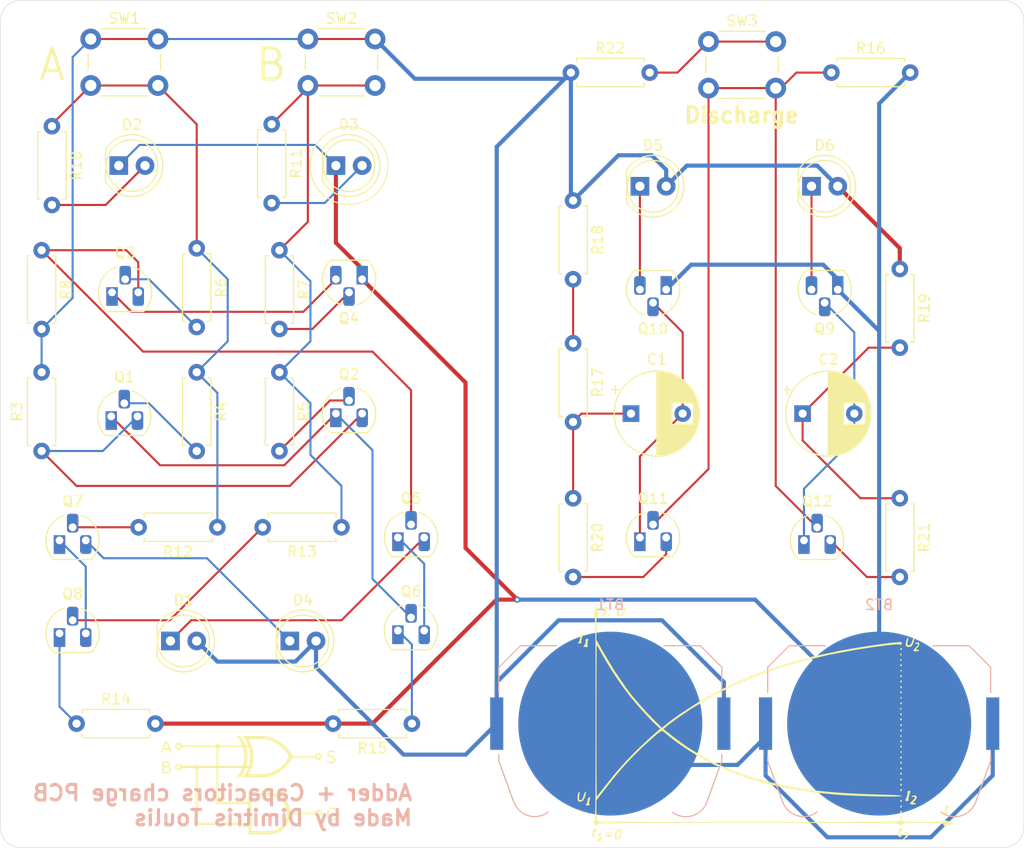
<source format=kicad_pcb>
(kicad_pcb (version 20241229) (generator "pcbnew") (generator_version "9.0")
  (layers (0 "F.Cu" signal) (2 "B.Cu" signal) (13 "F.Paste" user) (15 "B.Paste" user) (5 "F.SilkS" user "F.Silkscreen") (7 "B.SilkS" user "B.Silkscreen") (1 "F.Mask" user) (3 "B.Mask" user) (25 "Edge.Cuts" user))
  (net 0 "")
  (net 1 "VCC")
  (net 2 "Net-(BT1--)")
  (net 3 "GND")
  (net 4 "Net-(Q10-B)")
  (net 5 "Net-(C1-Pad1)")
  (net 6 "Net-(Q12-E)")
  (net 7 "Net-(C2-Pad1)")
  (net 8 "Net-(D1-K)")
  (net 9 "Net-(D2-A)")
  (net 10 "Net-(D3-A)")
  (net 11 "Net-(D4-K)")
  (net 12 "Net-(D5-K)")
  (net 13 "Net-(D6-K)")
  (net 14 "Net-(Q1-B)")
  (net 15 "Net-(Q1-E)")
  (net 16 "Net-(Q1-C)")
  (net 17 "Net-(Q2-B)")
  (net 18 "Net-(Q3-C)")
  (net 19 "Net-(Q3-E)")
  (net 20 "Net-(Q3-B)")
  (net 21 "Net-(Q4-B)")
  (net 22 "Net-(Q5-E)")
  (net 23 "Net-(Q6-E)")
  (net 24 "Net-(Q7-B)")
  (net 25 "Net-(Q7-E)")
  (net 26 "Net-(Q8-E)")
  (net 27 "Net-(Q8-B)")
  (net 28 "Net-(Q11-C)")
  (net 29 "SW3")
  (net 30 "Net-(Q12-C)")
  (net 31 "SW1")
  (net 32 "SW2")
  (net 33 "Net-(R17-Pad1)")
  (net 34 "Net-(R22-Pad2)")
  (footprint "Button_Switch_THT:SW_PUSH_6mm" (layer "F.Cu") (at 163.5 67)
    (property "Reference" "SW3" (at 3.25 -2 0) (layer "F.SilkS"))
    (property "Value" "SW_Push")
    (pad "1" thru_hole circle (at 0 0 90) (size 2 2) (drill 1.1) (layers "*.Cu" "*.Mask") (net 34 "Net-(R22-Pad2)"))
    (pad "1" thru_hole circle (at 6.5 0 90) (size 2 2) (drill 1.1) (layers "*.Cu" "*.Mask") (net 34 "Net-(R22-Pad2)"))
    (pad "2" thru_hole circle (at 0 4.5 90) (size 2 2) (drill 1.1) (layers "*.Cu" "*.Mask") (net 29 "SW3"))
    (pad "2" thru_hole circle (at 6.5 4.5 90) (size 2 2) (drill 1.1) (layers "*.Cu" "*.Mask") (net 29 "SW3"))
  )
  (footprint "Resistor_THT:R_Axial_DIN0207_L6.3mm_D2.5mm_P7.62mm_Horizontal" (layer "F.Cu") (at 128 114 180)
    (property "Reference" "R13" (at 3.81 -2.37 0) (layer "F.SilkS"))
    (property "Value" "4.7k")
    (pad "1" thru_hole circle (at 0 0 180) (size 1.6 1.6) (drill 0.8) (layers "*.Cu" "*.Mask") (net 32 "SW2"))
    (pad "2" thru_hole oval (at 7.62 0 180) (size 1.6 1.6) (drill 0.8) (layers "*.Cu" "*.Mask") (net 27 "Net-(Q8-B)"))
  )
  (footprint "Resistor_THT:R_Axial_DIN0207_L6.3mm_D2.5mm_P7.62mm_Horizontal" (layer "F.Cu") (at 150.19 70)
    (property "Reference" "R22" (at 3.81 -2.37 0) (layer "F.SilkS"))
    (property "Value" "47k")
    (pad "1" thru_hole circle (at 0 0) (size 1.6 1.6) (drill 0.8) (layers "*.Cu" "*.Mask") (net 1 "VCC"))
    (pad "2" thru_hole oval (at 7.62 0) (size 1.6 1.6) (drill 0.8) (layers "*.Cu" "*.Mask") (net 34 "Net-(R22-Pad2)"))
  )
  (footprint "Resistor_THT:R_Axial_DIN0207_L6.3mm_D2.5mm_P7.62mm_Horizontal" (layer "F.Cu") (at 182 89 -90)
    (property "Reference" "R19" (at 3.81 -2.37 90) (layer "F.SilkS"))
    (property "Value" "47k")
    (pad "1" thru_hole circle (at 0 0 270) (size 1.6 1.6) (drill 0.8) (layers "*.Cu" "*.Mask") (net 1 "VCC"))
    (pad "2" thru_hole oval (at 7.62 0 270) (size 1.6 1.6) (drill 0.8) (layers "*.Cu" "*.Mask") (net 7 "Net-(C2-Pad1)"))
  )
  (footprint "Resistor_THT:R_Axial_DIN0207_L6.3mm_D2.5mm_P7.62mm_Horizontal" (layer "F.Cu") (at 100 75.19 -90)
    (property "Reference" "R10" (at 3.81 -2.37 90) (layer "F.SilkS"))
    (property "Value" "220")
    (pad "1" thru_hole circle (at 0 0 270) (size 1.6 1.6) (drill 0.8) (layers "*.Cu" "*.Mask") (net 31 "SW1"))
    (pad "2" thru_hole oval (at 7.62 0 270) (size 1.6 1.6) (drill 0.8) (layers "*.Cu" "*.Mask") (net 9 "Net-(D2-A)"))
  )
  (footprint "Resistor_THT:R_Axial_DIN0207_L6.3mm_D2.5mm_P7.62mm_Horizontal" (layer "F.Cu") (at 150.402651 96.19 -90)
    (property "Reference" "R17" (at 3.81 -2.37 90) (layer "F.SilkS"))
    (property "Value" "47k")
    (pad "1" thru_hole circle (at 0 0 270) (size 1.6 1.6) (drill 0.8) (layers "*.Cu" "*.Mask") (net 33 "Net-(R17-Pad1)"))
    (pad "2" thru_hole oval (at 7.62 0 270) (size 1.6 1.6) (drill 0.8) (layers "*.Cu" "*.Mask") (net 5 "Net-(C1-Pad1)"))
  )
  (footprint "Package_TO_SOT_THT:TO-92L_HandSolder" (layer "F.Cu") (at 133.46 115)
    (property "Reference" "Q5" (at 1.27 -3.8 0) (layer "F.SilkS"))
    (property "Value" "2N3904")
    (pad "1" thru_hole rect (at 0 0) (size 1.1 1.8) (drill 0.75 (offset 0 0.4)) (layers "*.Cu" "*.Mask") (net 22 "Net-(Q5-E)"))
    (pad "2" thru_hole roundrect (at 1.27 -1.27) (size 1.1 1.8) (drill 0.75 (offset 0 -0.4)) (layers "*.Cu" "*.Mask") (net 18 "Net-(Q3-C)"))
    (pad "3" thru_hole roundrect (at 2.54 0) (size 1.1 1.8) (drill 0.75 (offset 0 0.4)) (layers "*.Cu" "*.Mask") (net 8 "Net-(D1-K)"))
  )
  (footprint "Resistor_THT:R_Axial_DIN0207_L6.3mm_D2.5mm_P7.62mm_Horizontal" (layer "F.Cu") (at 121.25 75 -90)
    (property "Reference" "R11" (at 3.81 -2.37 90) (layer "F.SilkS"))
    (property "Value" "220")
    (pad "1" thru_hole circle (at 0 0 270) (size 1.6 1.6) (drill 0.8) (layers "*.Cu" "*.Mask") (net 32 "SW2"))
    (pad "2" thru_hole oval (at 7.62 0 270) (size 1.6 1.6) (drill 0.8) (layers "*.Cu" "*.Mask") (net 10 "Net-(D3-A)"))
  )
  (footprint "Resistor_THT:R_Axial_DIN0207_L6.3mm_D2.5mm_P7.62mm_Horizontal" (layer "F.Cu") (at 150.402651 111.19 -90)
    (property "Reference" "R20" (at 3.81 -2.37 90) (layer "F.SilkS"))
    (property "Value" "220")
    (pad "1" thru_hole circle (at 0 0 270) (size 1.6 1.6) (drill 0.8) (layers "*.Cu" "*.Mask") (net 5 "Net-(C1-Pad1)"))
    (pad "2" thru_hole oval (at 7.62 0 270) (size 1.6 1.6) (drill 0.8) (layers "*.Cu" "*.Mask") (net 28 "Net-(Q11-C)"))
  )
  (footprint "Capacitor_THT:CP_Radial_D8.0mm_P5.00mm" (layer "F.Cu") (at 172.597349 103)
    (property "Reference" "C2" (at 2.5 -5.25 0) (layer "F.SilkS"))
    (property "Value" "C")
    (pad "1" thru_hole rect (at 0 0) (size 1.6 1.6) (drill 0.8) (layers "*.Cu" "*.Mask") (net 7 "Net-(C2-Pad1)"))
    (pad "2" thru_hole circle (at 5 0) (size 1.6 1.6) (drill 0.8) (layers "*.Cu" "*.Mask") (net 6 "Net-(Q12-E)"))
  )
  (footprint "LED_THT:LED_D5.0mm" (layer "F.Cu") (at 156.862651 81)
    (property "Reference" "D5" (at 1.27 -3.96 0) (layer "F.SilkS"))
    (property "Value" "LED")
    (pad "1" thru_hole rect (at 0 0) (size 1.8 1.8) (drill 0.9) (layers "*.Cu" "*.Mask") (net 12 "Net-(D5-K)"))
    (pad "2" thru_hole circle (at 2.54 0) (size 1.8 1.8) (drill 0.9) (layers "*.Cu" "*.Mask") (net 1 "VCC"))
  )
  (footprint "Package_TO_SOT_THT:TO-92L_HandSolder" (layer "F.Cu") (at 159.402651 91 180)
    (property "Reference" "Q10" (at 1.27 -3.8 0) (layer "F.SilkS"))
    (property "Value" "2N3904")
    (pad "1" thru_hole rect (at 0 0 180) (size 1.1 1.8) (drill 0.75 (offset 0 0.4)) (layers "*.Cu" "*.Mask") (net 3 "GND"))
    (pad "2" thru_hole roundrect (at 1.27 -1.27 180) (size 1.1 1.8) (drill 0.75 (offset 0 -0.4)) (layers "*.Cu" "*.Mask") (net 4 "Net-(Q10-B)"))
    (pad "3" thru_hole roundrect (at 2.54 0 180) (size 1.1 1.8) (drill 0.75 (offset 0 0.4)) (layers "*.Cu" "*.Mask") (net 12 "Net-(D5-K)"))
  )
  (footprint "Package_TO_SOT_THT:TO-92L_HandSolder" (layer "F.Cu") (at 100.73 124.27)
    (property "Reference" "Q8" (at 1.27 -3.8 0) (layer "F.SilkS"))
    (property "Value" "2N3904")
    (pad "1" thru_hole rect (at 0 0) (size 1.1 1.8) (drill 0.75 (offset 0 0.4)) (layers "*.Cu" "*.Mask") (net 26 "Net-(Q8-E)"))
    (pad "2" thru_hole roundrect (at 1.27 -1.27) (size 1.1 1.8) (drill 0.75 (offset 0 -0.4)) (layers "*.Cu" "*.Mask") (net 27 "Net-(Q8-B)"))
    (pad "3" thru_hole roundrect (at 2.54 0) (size 1.1 1.8) (drill 0.75 (offset 0 0.4)) (layers "*.Cu" "*.Mask") (net 25 "Net-(Q7-E)"))
  )
  (footprint "Resistor_THT:R_Axial_DIN0207_L6.3mm_D2.5mm_P7.62mm_Horizontal" (layer "F.Cu") (at 150.402651 82.38 -90)
    (property "Reference" "R18" (at 3.81 -2.37 90) (layer "F.SilkS"))
    (property "Value" "47k")
    (pad "1" thru_hole circle (at 0 0 270) (size 1.6 1.6) (drill 0.8) (layers "*.Cu" "*.Mask") (net 1 "VCC"))
    (pad "2" thru_hole oval (at 7.62 0 270) (size 1.6 1.6) (drill 0.8) (layers "*.Cu" "*.Mask") (net 33 "Net-(R17-Pad1)"))
  )
  (footprint "LOGO" (layer "F.Cu") (at 169 133)
    (property "Reference" "G***" (hide yes))
    (property "Value" "LOGO" (hide yes))
  )
  (footprint "Package_TO_SOT_THT:TO-92L_HandSolder" (layer "F.Cu") (at 172.73 115.27)
    (property "Reference" "Q12" (at 1.27 -3.8 0) (layer "F.SilkS"))
    (property "Value" "2N3904")
    (pad "1" thru_hole rect (at 0 0) (size 1.1 1.8) (drill 0.75 (offset 0 0.4)) (layers "*.Cu" "*.Mask") (net 6 "Net-(Q12-E)"))
    (pad "2" thru_hole roundrect (at 1.27 -1.27) (size 1.1 1.8) (drill 0.75 (offset 0 -0.4)) (layers "*.Cu" "*.Mask") (net 29 "SW3"))
    (pad "3" thru_hole roundrect (at 2.54 0) (size 1.1 1.8) (drill 0.75 (offset 0 0.4)) (layers "*.Cu" "*.Mask") (net 30 "Net-(Q12-C)"))
  )
  (footprint "Resistor_THT:R_Axial_DIN0207_L6.3mm_D2.5mm_P7.62mm_Horizontal" (layer "F.Cu") (at 134.81 133 180)
    (property "Reference" "R15" (at 3.81 -2.37 0) (layer "F.SilkS"))
    (property "Value" "220")
    (pad "1" thru_hole circle (at 0 0 180) (size 1.6 1.6) (drill 0.8) (layers "*.Cu" "*.Mask") (net 23 "Net-(Q6-E)"))
    (pad "2" thru_hole oval (at 7.62 0 180) (size 1.6 1.6) (drill 0.8) (layers "*.Cu" "*.Mask") (net 3 "GND"))
  )
  (footprint "Button_Switch_THT:SW_PUSH_6mm" (layer "F.Cu") (at 103.75 66.75)
    (property "Reference" "SW1" (at 3.25 -2 0) (layer "F.SilkS"))
    (property "Value" "SW_Push")
    (pad "1" thru_hole circle (at 0 0 90) (size 2 2) (drill 1.1) (layers "*.Cu" "*.Mask") (net 1 "VCC"))
    (pad "1" thru_hole circle (at 6.5 0 90) (size 2 2) (drill 1.1) (layers "*.Cu" "*.Mask") (net 1 "VCC"))
    (pad "2" thru_hole circle (at 0 4.5 90) (size 2 2) (drill 1.1) (layers "*.Cu" "*.Mask") (net 31 "SW1"))
    (pad "2" thru_hole circle (at 6.5 4.5 90) (size 2 2) (drill 1.1) (layers "*.Cu" "*.Mask") (net 31 "SW1"))
  )
  (footprint "LOGO" (layer "F.Cu") (at 119 139)
    (property "Reference" "G***" (hide yes))
    (property "Value" "LOGO" (hide yes))
  )
  (footprint "Resistor_THT:R_Axial_DIN0207_L6.3mm_D2.5mm_P7.62mm_Horizontal" (layer "F.Cu") (at 114 99 -90)
    (property "Reference" "R4" (at 3.81 -2.37 90) (layer "F.SilkS"))
    (property "Value" "4.7k")
    (pad "1" thru_hole circle (at 0 0 270) (size 1.6 1.6) (drill 0.8) (layers "*.Cu" "*.Mask") (net 31 "SW1"))
    (pad "2" thru_hole oval (at 7.62 0 270) (size 1.6 1.6) (drill 0.8) (layers "*.Cu" "*.Mask") (net 14 "Net-(Q1-B)"))
  )
  (footprint "Package_TO_SOT_THT:TO-92L_HandSolder" (layer "F.Cu") (at 130 90 180)
    (property "Reference" "Q4" (at 1.27 -3.8 0) (layer "F.SilkS"))
    (property "Value" "2N3904")
    (pad "1" thru_hole rect (at 0 0 180) (size 1.1 1.8) (drill 0.75 (offset 0 0.4)) (layers "*.Cu" "*.Mask") (net 3 "GND"))
    (pad "2" thru_hole roundrect (at 1.27 -1.27 180) (size 1.1 1.8) (drill 0.75 (offset 0 -0.4)) (layers "*.Cu" "*.Mask") (net 21 "Net-(Q4-B)"))
    (pad "3" thru_hole roundrect (at 2.54 0 180) (size 1.1 1.8) (drill 0.75 (offset 0 0.4)) (layers "*.Cu" "*.Mask") (net 19 "Net-(Q3-E)"))
  )
  (footprint "Resistor_THT:R_Axial_DIN0207_L6.3mm_D2.5mm_P7.62mm_Horizontal" (layer "F.Cu") (at 122 99 -90)
    (property "Reference" "R5" (at 3.81 -2.37 90) (layer "F.SilkS"))
    (property "Value" "4.7k")
    (pad "1" thru_hole circle (at 0 0 270) (size 1.6 1.6) (drill 0.8) (layers "*.Cu" "*.Mask") (net 32 "SW2"))
    (pad "2" thru_hole oval (at 7.62 0 270) (size 1.6 1.6) (drill 0.8) (layers "*.Cu" "*.Mask") (net 17 "Net-(Q2-B)"))
  )
  (footprint "LED_THT:LED_D5.0mm" (layer "F.Cu") (at 173.46 81)
    (property "Reference" "D6" (at 1.27 -3.96 0) (layer "F.SilkS"))
    (property "Value" "LED")
    (pad "1" thru_hole rect (at 0 0) (size 1.8 1.8) (drill 0.9) (layers "*.Cu" "*.Mask") (net 13 "Net-(D6-K)"))
    (pad "2" thru_hole circle (at 2.54 0) (size 1.8 1.8) (drill 0.9) (layers "*.Cu" "*.Mask") (net 1 "VCC"))
  )
  (footprint "Package_TO_SOT_THT:TO-92L_HandSolder" (layer "F.Cu") (at 133.46 124)
    (property "Reference" "Q6" (at 1.27 -3.8 0) (layer "F.SilkS"))
    (property "Value" "2N3904")
    (pad "1" thru_hole rect (at 0 0) (size 1.1 1.8) (drill 0.75 (offset 0 0.4)) (layers "*.Cu" "*.Mask") (net 23 "Net-(Q6-E)"))
    (pad "2" thru_hole roundrect (at 1.27 -1.27) (size 1.1 1.8) (drill 0.75 (offset 0 -0.4)) (layers "*.Cu" "*.Mask") (net 15 "Net-(Q1-E)"))
    (pad "3" thru_hole roundrect (at 2.54 0) (size 1.1 1.8) (drill 0.75 (offset 0 0.4)) (layers "*.Cu" "*.Mask") (net 22 "Net-(Q5-E)"))
  )
  (footprint "LED_THT:LED_D5.0mm" (layer "F.Cu") (at 111.46 125)
    (property "Reference" "D1" (at 1.27 -3.96 0) (layer "F.SilkS"))
    (property "Value" "LED")
    (pad "1" thru_hole rect (at 0 0) (size 1.8 1.8) (drill 0.9) (layers "*.Cu" "*.Mask") (net 8 "Net-(D1-K)"))
    (pad "2" thru_hole circle (at 2.54 0) (size 1.8 1.8) (drill 0.9) (layers "*.Cu" "*.Mask") (net 1 "VCC"))
  )
  (footprint "LED_THT:LED_D5.0mm" (layer "F.Cu") (at 123 125)
    (property "Reference" "D4" (at 1.27 -3.96 0) (layer "F.SilkS"))
    (property "Value" "LED")
    (pad "1" thru_hole rect (at 0 0) (size 1.8 1.8) (drill 0.9) (layers "*.Cu" "*.Mask") (net 11 "Net-(D4-K)"))
    (pad "2" thru_hole circle (at 2.54 0) (size 1.8 1.8) (drill 0.9) (layers "*.Cu" "*.Mask") (net 1 "VCC"))
  )
  (footprint "Resistor_THT:R_Axial_DIN0207_L6.3mm_D2.5mm_P7.62mm_Horizontal" (layer "F.Cu") (at 99 87.19 -90)
    (property "Reference" "R8" (at 3.81 -2.37 90) (layer "F.SilkS"))
    (property "Value" "4.7k")
    (pad "1" thru_hole circle (at 0 0 270) (size 1.6 1.6) (drill 0.8) (layers "*.Cu" "*.Mask") (net 18 "Net-(Q3-C)"))
    (pad "2" thru_hole oval (at 7.62 0 270) (size 1.6 1.6) (drill 0.8) (layers "*.Cu" "*.Mask") (net 1 "VCC"))
  )
  (footprint "LED_THT:LED_D5.0mm" (layer "F.Cu") (at 106.46 79)
    (property "Reference" "D2" (at 1.27 -3.96 0) (layer "F.SilkS"))
    (property "Value" "LED")
    (pad "1" thru_hole rect (at 0 0) (size 1.8 1.8) (drill 0.9) (layers "*.Cu" "*.Mask") (net 3 "GND"))
    (pad "2" thru_hole circle (at 2.54 0) (size 1.8 1.8) (drill 0.9) (layers "*.Cu" "*.Mask") (net 9 "Net-(D2-A)"))
  )
  (footprint "Resistor_THT:R_Axial_DIN0207_L6.3mm_D2.5mm_P7.62mm_Horizontal" (layer "F.Cu") (at 116 114 180)
    (property "Reference" "R12" (at 3.81 -2.37 0) (layer "F.SilkS"))
    (property "Value" "4.7k")
    (pad "1" thru_hole circle (at 0 0 180) (size 1.6 1.6) (drill 0.8) (layers "*.Cu" "*.Mask") (net 31 "SW1"))
    (pad "2" thru_hole oval (at 7.62 0 180) (size 1.6 1.6) (drill 0.8) (layers "*.Cu" "*.Mask") (net 24 "Net-(Q7-B)"))
  )
  (footprint "Resistor_THT:R_Axial_DIN0207_L6.3mm_D2.5mm_P7.62mm_Horizontal" (layer "F.Cu") (at 99 106.62 90)
    (property "Reference" "R3" (at 3.81 -2.37 90) (layer "F.SilkS"))
    (property "Value" "4.7k")
    (pad "1" thru_hole circle (at 0 0 90) (size 1.6 1.6) (drill 0.8) (layers "*.Cu" "*.Mask") (net 16 "Net-(Q1-C)"))
    (pad "2" thru_hole oval (at 7.62 0 90) (size 1.6 1.6) (drill 0.8) (layers "*.Cu" "*.Mask") (net 1 "VCC"))
  )
  (footprint "Resistor_THT:R_Axial_DIN0207_L6.3mm_D2.5mm_P7.62mm_Horizontal" (layer "F.Cu") (at 114 87 -90)
    (property "Reference" "R6" (at 3.81 -2.37 90) (layer "F.SilkS"))
    (property "Value" "4.7k")
    (pad "1" thru_hole circle (at 0 0 270) (size 1.6 1.6) (drill 0.8) (layers "*.Cu" "*.Mask") (net 31 "SW1"))
    (pad "2" thru_hole oval (at 7.62 0 270) (size 1.6 1.6) (drill 0.8) (layers "*.Cu" "*.Mask") (net 20 "Net-(Q3-B)"))
  )
  (footprint "Button_Switch_THT:SW_PUSH_6mm" (layer "F.Cu") (at 124.75 66.75)
    (property "Reference" "SW2" (at 3.25 -2 0) (layer "F.SilkS"))
    (property "Value" "SW_Push")
    (pad "1" thru_hole circle (at 0 0 90) (size 2 2) (drill 1.1) (layers "*.Cu" "*.Mask") (net 1 "VCC"))
    (pad "1" thru_hole circle (at 6.5 0 90) (size 2 2) (drill 1.1) (layers "*.Cu" "*.Mask") (net 1 "VCC"))
    (pad "2" thru_hole circle (at 0 4.5 90) (size 2 2) (drill 1.1) (layers "*.Cu" "*.Mask") (net 32 "SW2"))
    (pad "2" thru_hole circle (at 6.5 4.5 90) (size 2 2) (drill 1.1) (layers "*.Cu" "*.Mask") (net 32 "SW2"))
  )
  (footprint "Package_TO_SOT_THT:TO-92L_HandSolder" (layer "F.Cu") (at 156.862651 115)
    (property "Reference" "Q11" (at 1.27 -3.8 0) (layer "F.SilkS"))
    (property "Value" "2N3904")
    (pad "1" thru_hole rect (at 0 0) (size 1.1 1.8) (drill 0.75 (offset 0 0.4)) (layers "*.Cu" "*.Mask") (net 4 "Net-(Q10-B)"))
    (pad "2" thru_hole roundrect (at 1.27 -1.27) (size 1.1 1.8) (drill 0.75 (offset 0 -0.4)) (layers "*.Cu" "*.Mask") (net 29 "SW3"))
    (pad "3" thru_hole roundrect (at 2.54 0) (size 1.1 1.8) (drill 0.75 (offset 0 0.4)) (layers "*.Cu" "*.Mask") (net 28 "Net-(Q11-C)"))
  )
  (footprint "Package_TO_SOT_THT:TO-92L_HandSolder" (layer "F.Cu") (at 100.73 115.27)
    (property "Reference" "Q7" (at 1.27 -3.8 0) (layer "F.SilkS"))
    (property "Value" "2N3904")
    (pad "1" thru_hole rect (at 0 0) (size 1.1 1.8) (drill 0.75 (offset 0 0.4)) (layers "*.Cu" "*.Mask") (net 25 "Net-(Q7-E)"))
    (pad "2" thru_hole roundrect (at 1.27 -1.27) (size 1.1 1.8) (drill 0.75 (offset 0 -0.4)) (layers "*.Cu" "*.Mask") (net 24 "Net-(Q7-B)"))
    (pad "3" thru_hole roundrect (at 2.54 0) (size 1.1 1.8) (drill 0.75 (offset 0 0.4)) (layers "*.Cu" "*.Mask") (net 11 "Net-(D4-K)"))
  )
  (footprint "Capacitor_THT:CP_Radial_D8.0mm_P5.00mm" (layer "F.Cu") (at 156 103)
    (property "Reference" "C1" (at 2.5 -5.25 0) (layer "F.SilkS"))
    (property "Value" "C")
    (pad "1" thru_hole rect (at 0 0) (size 1.6 1.6) (drill 0.8) (layers "*.Cu" "*.Mask") (net 5 "Net-(C1-Pad1)"))
    (pad "2" thru_hole circle (at 5 0) (size 1.6 1.6) (drill 0.8) (layers "*.Cu" "*.Mask") (net 4 "Net-(Q10-B)"))
  )
  (footprint "Package_TO_SOT_THT:TO-92L_HandSolder" (layer "F.Cu") (at 127.46 103)
    (property "Reference" "Q2" (at 1.27 -3.8 0) (layer "F.SilkS"))
    (property "Value" "2N3904")
    (pad "1" thru_hole rect (at 0 0) (size 1.1 1.8) (drill 0.75 (offset 0 0.4)) (layers "*.Cu" "*.Mask") (net 15 "Net-(Q1-E)"))
    (pad "2" thru_hole roundrect (at 1.27 -1.27) (size 1.1 1.8) (drill 0.75 (offset 0 -0.4)) (layers "*.Cu" "*.Mask") (net 17 "Net-(Q2-B)"))
    (pad "3" thru_hole roundrect (at 2.54 0) (size 1.1 1.8) (drill 0.75 (offset 0 0.4)) (layers "*.Cu" "*.Mask") (net 16 "Net-(Q1-C)"))
  )
  (footprint "Package_TO_SOT_THT:TO-92L_HandSolder" (layer "F.Cu") (at 105.81 91.27)
    (property "Reference" "Q3" (at 1.27 -3.8 0) (layer "F.SilkS"))
    (property "Value" "2N3904")
    (pad "1" thru_hole rect (at 0 0) (size 1.1 1.8) (drill 0.75 (offset 0 0.4)) (layers "*.Cu" "*.Mask") (net 19 "Net-(Q3-E)"))
    (pad "2" thru_hole roundrect (at 1.27 -1.27) (size 1.1 1.8) (drill 0.75 (offset 0 -0.4)) (layers "*.Cu" "*.Mask") (net 20 "Net-(Q3-B)"))
    (pad "3" thru_hole roundrect (at 2.54 0) (size 1.1 1.8) (drill 0.75 (offset 0 0.4)) (layers "*.Cu" "*.Mask") (net 18 "Net-(Q3-C)"))
  )
  (footprint "Package_TO_SOT_THT:TO-92L_HandSolder" (layer "F.Cu") (at 105.73 103.27)
    (property "Reference" "Q1" (at 1.27 -3.8 0) (layer "F.SilkS"))
    (property "Value" "2N3904")
    (pad "1" thru_hole rect (at 0 0) (size 1.1 1.8) (drill 0.75 (offset 0 0.4)) (layers "*.Cu" "*.Mask") (net 15 "Net-(Q1-E)"))
    (pad "2" thru_hole roundrect (at 1.27 -1.27) (size 1.1 1.8) (drill 0.75 (offset 0 -0.4)) (layers "*.Cu" "*.Mask") (net 14 "Net-(Q1-B)"))
    (pad "3" thru_hole roundrect (at 2.54 0) (size 1.1 1.8) (drill 0.75 (offset 0 0.4)) (layers "*.Cu" "*.Mask") (net 16 "Net-(Q1-C)"))
  )
  (footprint "Resistor_THT:R_Axial_DIN0207_L6.3mm_D2.5mm_P7.62mm_Horizontal" (layer "F.Cu") (at 182 111.19 -90)
    (property "Reference" "R21" (at 3.81 -2.37 90) (layer "F.SilkS"))
    (property "Value" "220")
    (pad "1" thru_hole circle (at 0 0 270) (size 1.6 1.6) (drill 0.8) (layers "*.Cu" "*.Mask") (net 7 "Net-(C2-Pad1)"))
    (pad "2" thru_hole oval (at 7.62 0 270) (size 1.6 1.6) (drill 0.8) (layers "*.Cu" "*.Mask") (net 30 "Net-(Q12-C)"))
  )
  (footprint "Resistor_THT:R_Axial_DIN0207_L6.3mm_D2.5mm_P7.62mm_Horizontal" (layer "F.Cu") (at 122 87.19 -90)
    (property "Reference" "R7" (at 3.81 -2.37 90) (layer "F.SilkS"))
    (property "Value" "4.7k")
    (pad "1" thru_hole circle (at 0 0 270) (size 1.6 1.6) (drill 0.8) (layers "*.Cu" "*.Mask") (net 32 "SW2"))
    (pad "2" thru_hole oval (at 7.62 0 270) (size 1.6 1.6) (drill 0.8) (layers "*.Cu" "*.Mask") (net 21 "Net-(Q4-B)"))
  )
  (footprint "Resistor_THT:R_Axial_DIN0207_L6.3mm_D2.5mm_P7.62mm_Horizontal" (layer "F.Cu") (at 102.38 133)
    (property "Reference" "R14" (at 3.81 -2.37 0) (layer "F.SilkS"))
    (property "Value" "220")
    (pad "1" thru_hole circle (at 0 0) (size 1.6 1.6) (drill 0.8) (layers "*.Cu" "*.Mask") (net 26 "Net-(Q8-E)"))
    (pad "2" thru_hole oval (at 7.62 0) (size 1.6 1.6) (drill 0.8) (layers "*.Cu" "*.Mask") (net 3 "GND"))
  )
  (footprint "LED_THT:LED_D5.0mm" (layer "F.Cu") (at 127.46 79)
    (property "Reference" "D3" (at 1.27 -3.96 0) (layer "F.SilkS"))
    (property "Value" "LED")
    (pad "1" thru_hole rect (at 0 0) (size 1.8 1.8) (drill 0.9) (layers "*.Cu" "*.Mask") (net 3 "GND"))
    (pad "2" thru_hole circle (at 2.54 0) (size 1.8 1.8) (drill 0.9) (layers "*.Cu" "*.Mask") (net 10 "Net-(D3-A)"))
  )
  (footprint "Resistor_THT:R_Axial_DIN0207_L6.3mm_D2.5mm_P7.62mm_Horizontal" (layer "F.Cu") (at 175.38 70)
    (property "Reference" "R16" (at 3.81 -2.37 0) (layer "F.SilkS"))
    (property "Value" "47k")
    (pad "1" thru_hole circle (at 0 0) (size 1.6 1.6) (drill 0.8) (layers "*.Cu" "*.Mask") (net 29 "SW3"))
    (pad "2" thru_hole oval (at 7.62 0) (size 1.6 1.6) (drill 0.8) (layers "*.Cu" "*.Mask") (net 3 "GND"))
  )
  (footprint "Package_TO_SOT_THT:TO-92L_HandSolder" (layer "F.Cu") (at 176 91 180)
    (property "Reference" "Q9" (at 1.27 -3.8 0) (layer "F.SilkS"))
    (property "Value" "2N3904")
    (pad "1" thru_hole rect (at 0 0 180) (size 1.1 1.8) (drill 0.75 (offset 0 0.4)) (layers "*.Cu" "*.Mask") (net 3 "GND"))
    (pad "2" thru_hole roundrect (at 1.27 -1.27 180) (size 1.1 1.8) (drill 0.75 (offset 0 -0.4)) (layers "*.Cu" "*.Mask") (net 6 "Net-(Q12-E)"))
    (pad "3" thru_hole roundrect (at 2.54 0 180) (size 1.1 1.8) (drill 0.75 (offset 0 0.4)) (layers "*.Cu" "*.Mask") (net 13 "Net-(D6-K)"))
  )
  (footprint "Battery:BatteryHolder_Keystone_3034_1x20mm" (layer "B.Cu") (at 154 133 180)
    (property "Reference" "BT1" (at 0 11.5 0) (layer "B.SilkS") (effects (justify mirror)))
    (property "Value" "Battery_Cell")
    (pad "1" smd rect (at -10.985 0 180) (size 1.27 5.08) (layers "B.Cu" "B.Mask" "B.Paste") (net 1 "VCC"))
    (pad "1" smd rect (at 10.985 0 180) (size 1.27 5.08) (layers "B.Cu" "B.Mask" "B.Paste") (net 1 "VCC"))
    (pad "2" smd circle (at 0 0 180) (size 17.8 17.8) (layers "B.Cu" "B.Mask") (net 2 "Net-(BT1--)"))
  )
  (footprint "Battery:BatteryHolder_Keystone_3034_1x20mm" (layer "B.Cu") (at 180 133 180)
    (property "Reference" "BT2" (at 0 11.5 0) (layer "B.SilkS") (effects (justify mirror)))
    (property "Value" "Battery_Cell")
    (pad "1" smd rect (at -10.985 0 180) (size 1.27 5.08) (layers "B.Cu" "B.Mask" "B.Paste") (net 2 "Net-(BT1--)"))
    (pad "1" smd rect (at 10.985 0 180) (size 1.27 5.08) (layers "B.Cu" "B.Mask" "B.Paste") (net 2 "Net-(BT1--)"))
    (pad "2" smd circle (at 0 0 180) (size 17.8 17.8) (layers "B.Cu" "B.Mask") (net 3 "GND"))
  )
  (gr_circle (center 128.73 79) (end 131 82) (stroke (width 0.1)) (fill no) (layer "F.SilkS"))
  (gr_arc (start 194 143) (mid 193.414214 144.414214) (end 192 145) (stroke (width 0.05)) (layer "Edge.Cuts"))
  (gr_line (start 192 145) (end 97 145) (stroke (width 0.05)) (layer "Edge.Cuts"))
  (gr_line (start 97 63) (end 192 63) (stroke (width 0.05)) (layer "Edge.Cuts"))
  (gr_line (start 95 143) (end 95 65) (stroke (width 0.05)) (layer "Edge.Cuts"))
  (gr_arc (start 95 65) (mid 95.585786 63.585786) (end 97 63) (stroke (width 0.05)) (layer "Edge.Cuts"))
  (gr_arc (start 97 145) (mid 95.585786 144.414214) (end 95 143) (stroke (width 0.05)) (layer "Edge.Cuts"))
  (gr_arc (start 192 63) (mid 193.414214 63.585786) (end 194 65) (stroke (width 0.05)) (layer "Edge.Cuts"))
  (gr_line (start 194 65) (end 194 143) (stroke (width 0.05)) (layer "Edge.Cuts"))
  (gr_text "Discharge" (at 161 75 0) (layer "F.SilkS") (effects (font (size 1.5 1.5) (thickness 0.3) (bold yes)) (justify left bottom)))
  (gr_text "B" (at 119.5 71 -0) (layer "F.SilkS") (effects (font (size 3 3) (thickness 0.3) (bold yes)) (justify left bottom)))
  (gr_text "A" (at 101.5 71 0) (layer "F.SilkS") (effects (font (size 3 3) (thickness 0.3) (bold yes)) (justify left bottom mirror)))
  (gr_text "Adder + Capacitors charge PCB\nMade by Dimitris Toulis" (at 135 143 -0) (layer "B.SilkS") (effects (font (size 1.5 1.5) (thickness 0.3) (bold yes)) (justify left bottom mirror)))
  (segment (start 110.25 66.75) (end 103.75 66.75) (width 0.2) (layer "F.Cu") (net 1))
  (segment (start 182 87) (end 182 89) (width 0.4) (layer "F.Cu") (net 1))
  (segment (start 176 81) (end 182 87) (width 0.4) (layer "F.Cu") (net 1))
  (segment (start 131.25 66.75) (end 124.75 66.75) (width 0.2) (layer "F.Cu") (net 1))
  (segment (start 150.19 70) (end 150.19 82.167349) (width 0.4) (layer "B.Cu") (net 1))
  (segment (start 159.402651 81) (end 159.402651 79.402651) (width 0.4) (layer "B.Cu") (net 1))
  (segment (start 158 78) (end 154.782651 78) (width 0.4) (layer "B.Cu") (net 1))
  (segment (start 143.015 77.175) (end 150.19 70) (width 0.4) (layer "B.Cu") (net 1))
  (segment (start 143.015 128.985) (end 143.015 133) (width 0.4) (layer "B.Cu") (net 1))
  (segment (start 102 91.81) (end 99 94.81) (width 0.2) (layer "B.Cu") (net 1))
  (segment (start 143.015 133) (end 143.015 77.175) (width 0.4) (layer "B.Cu") (net 1))
  (segment (start 161.402651 79) (end 159.402651 81) (width 0.4) (layer "B.Cu") (net 1))
  (segment (start 164.985 128.985) (end 159 123) (width 0.4) (layer "B.Cu") (net 1))
  (segment (start 140.015 136) (end 134 136) (width 0.4) (layer "B.Cu") (net 1))
  (segment (start 154.782651 78) (end 150.402651 82.38) (width 0.4) (layer "B.Cu") (net 1))
  (segment (start 159 123) (end 149 123) (width 0.4) (layer "B.Cu") (net 1))
  (segment (start 116 127) (end 123.54 127) (width 0.4) (layer "B.Cu") (net 1))
  (segment (start 114 125) (end 116 127) (width 0.4) (layer "B.Cu") (net 1))
  (segment (start 150.19 82.167349) (end 150.402651 82.38) (width 0.4) (layer "B.Cu") (net 1))
  (segment (start 143.015 133) (end 140.015 136) (width 0.4) (layer "B.Cu") (net 1))
  (segment (start 134 136) (end 125.54 127.54) (width 0.4) (layer "B.Cu") (net 1))
  (segment (start 99 94.81) (end 99 99) (width 0.2) (layer "B.Cu") (net 1))
  (segment (start 164.985 133) (end 164.985 128.985) (width 0.4) (layer "B.Cu") (net 1))
  (segment (start 125.54 127.54) (end 125.54 125) (width 0.4) (layer "B.Cu") (net 1))
  (segment (start 135.095 70.595) (end 131.25 66.75) (width 0.4) (layer "B.Cu") (net 1))
  (segment (start 176 81) (end 174 79) (width 0.4) (layer "B.Cu") (net 1))
  (segment (start 103.75 66.75) (end 102 68.5) (width 0.2) (layer "B.Cu") (net 1))
  (segment (start 124.75 66.75) (end 110.25 66.75) (width 0.2) (layer "B.Cu") (net 1))
  (segment (start 159.402651 79.402651) (end 158 78) (width 0.4) (layer "B.Cu") (net 1))
  (segment (start 102 68.5) (end 102 91.81) (width 0.2) (layer "B.Cu") (net 1))
  (segment (start 149 123) (end 143.015 128.985) (width 0.4) (layer "B.Cu") (net 1))
  (segment (start 149.595 70.595) (end 135.095 70.595) (width 0.4) (layer "B.Cu") (net 1))
  (segment (start 150.19 70) (end 149.595 70.595) (width 0.4) (layer "B.Cu") (net 1))
  (segment (start 174 79) (end 161.402651 79) (width 0.4) (layer "B.Cu") (net 1))
  (segment (start 123.54 127) (end 125.54 125) (width 0.4) (layer "B.Cu") (net 1))
  (segment (start 169.015 131.015) (end 169.015 133) (width 0.2) (layer "B.Cu") (net 2))
  (segment (start 175 144) (end 169.015 138.015) (width 0.4) (layer "B.Cu") (net 2))
  (segment (start 169.015 134.283368) (end 166.298368 137) (width 0.4) (layer "B.Cu") (net 2))
  (segment (start 190.985 133) (end 190.985 138.015) (width 0.4) (layer "B.Cu") (net 2))
  (segment (start 190.985 138.015) (end 185 144) (width 0.4) (layer "B.Cu") (net 2))
  (segment (start 169.015 133) (end 169.015 134.283368) (width 0.2) (layer "B.Cu") (net 2))
  (segment (start 185 144) (end 175 144) (width 0.4) (layer "B.Cu") (net 2))
  (segment (start 166.298368 137) (end 158 137) (width 0.4) (layer "B.Cu") (net 2))
  (segment (start 169.015 138.015) (end 169.015 133) (width 0.4) (layer "B.Cu") (net 2))
  (segment (start 158 137) (end 154 133) (width 0.4) (layer "B.Cu") (net 2))
  (segment (start 143 121) (end 131 133) (width 0.4) (layer "F.Cu") (net 3))
  (segment (start 140 100) (end 130 90) (width 0.4) (layer "F.Cu") (net 3))
  (segment (start 127.46 86.46) (end 127.46 79) (width 0.4) (layer "F.Cu") (net 3))
  (segment (start 127.19 133) (end 110 133) (width 0.4) (layer "F.Cu") (net 3))
  (segment (start 130 90) (end 130 89) (width 0.4) (layer "F.Cu") (net 3))
  (segment (start 145 121) (end 140 116) (width 0.4) (layer "F.Cu") (net 3))
  (segment (start 145 121) (end 143 121) (width 0.4) (layer "F.Cu") (net 3))
  (segment (start 130 89) (end 127.46 86.46) (width 0.4) (layer "F.Cu") (net 3))
  (segment (start 140 116) (end 140 100) (width 0.4) (layer "F.Cu") (net 3))
  (segment (start 131 133) (end 127.19 133) (width 0.4) (layer "F.Cu") (net 3))
  (via (at 145 121) (size 0.6) (drill 0.3) (layers "F.Cu" "B.Cu") (net 3))
  (segment (start 108.46 77) (end 125.46 77) (width 0.2) (layer "B.Cu") (net 3))
  (segment (start 125.46 77) (end 127.46 79) (width 0.2) (layer "B.Cu") (net 3))
  (segment (start 180 95) (end 180 133) (width 0.4) (layer "B.Cu") (net 3))
  (segment (start 180 73) (end 183 70) (width 0.4) (layer "B.Cu") (net 3))
  (segment (start 161.815891 88.58676) (end 174.58676 88.58676) (width 0.4) (layer "B.Cu") (net 3))
  (segment (start 176 90) (end 176 91) (width 0.2) (layer "B.Cu") (net 3))
  (segment (start 180.015 133.015) (end 180 133) (width 0.2) (layer "B.Cu") (net 3))
  (segment (start 174.58676 88.58676) (end 176 90) (width 0.4) (layer "B.Cu") (net 3))
  (segment (start 159.402651 91) (end 161.815891 88.58676) (width 0.4) (layer "B.Cu") (net 3))
  (segment (start 168 121) (end 145 121) (width 0.4) (layer "B.Cu") (net 3))
  (segment (start 180 95) (end 180 73) (width 0.4) (layer "B.Cu") (net 3))
  (segment (start 180 133) (end 168 121) (width 0.4) (layer "B.Cu") (net 3))
  (segment (start 106.46 79) (end 108.46 77) (width 0.2) (layer "B.Cu") (net 3))
  (segment (start 176 91) (end 180 95) (width 0.4) (layer "B.Cu") (net 3))
  (segment (start 161 103) (end 161 95.137349) (width 0.2) (layer "F.Cu") (net 4))
  (segment (start 156.862651 115) (end 156.862651 107.137349) (width 0.2) (layer "F.Cu") (net 4))
  (segment (start 156.862651 107.137349) (end 161 103) (width 0.2) (layer "F.Cu") (net 4))
  (segment (start 161 95.137349) (end 158.132651 92.27) (width 0.2) (layer "F.Cu") (net 4))
  (segment (start 151.212651 103) (end 150.402651 103.81) (width 0.2) (layer "F.Cu") (net 5))
  (segment (start 156 103) (end 151.212651 103) (width 0.2) (layer "F.Cu") (net 5))
  (segment (start 150.402651 111.19) (end 150.402651 103.81) (width 0.2) (layer "F.Cu") (net 5))
  (segment (start 172.73 110.27) (end 177.597349 105.402651) (width 0.2) (layer "B.Cu") (net 6))
  (segment (start 177.597349 95.137349) (end 177.597349 103) (width 0.2) (layer "B.Cu") (net 6))
  (segment (start 177.597349 105.402651) (end 177.597349 103) (width 0.2) (layer "B.Cu") (net 6))
  (segment (start 172.73 115.27) (end 172.73 110.27) (width 0.2) (layer "B.Cu") (net 6))
  (segment (start 174.73 92.27) (end 177.597349 95.137349) (width 0.2) (layer "B.Cu") (net 6))
  (segment (start 172.597349 103) (end 172.597349 105.597349) (width 0.2) (layer "F.Cu") (net 7))
  (segment (start 178.977349 96.62) (end 172.597349 103) (width 0.2) (layer "F.Cu") (net 7))
  (segment (start 178.19 111.19) (end 182 111.19) (width 0.2) (layer "F.Cu") (net 7))
  (segment (start 172.597349 105.597349) (end 178.19 111.19) (width 0.2) (layer "F.Cu") (net 7))
  (segment (start 182 96.62) (end 178.977349 96.62) (width 0.2) (layer "F.Cu") (net 7))
  (segment (start 113.46 123) (end 111.46 125) (width 0.2) (layer "F.Cu") (net 8))
  (segment (start 136 115) (end 128 123) (width 0.2) (layer "F.Cu") (net 8))
  (segment (start 128 123) (end 113.46 123) (width 0.2) (layer "F.Cu") (net 8))
  (segment (start 100 82.81) (end 105.19 82.81) (width 0.2) (layer "F.Cu") (net 9))
  (segment (start 105.19 82.81) (end 109 79) (width 0.2) (layer "F.Cu") (net 9))
  (segment (start 130 79) (end 126.38 82.62) (width 0.2) (layer "B.Cu") (net 10))
  (segment (start 126.38 82.62) (end 121.25 82.62) (width 0.2) (layer "B.Cu") (net 10))
  (segment (start 115 117) (end 123 125) (width 0.2) (layer "B.Cu") (net 11))
  (segment (start 105 117) (end 115 117) (width 0.2) (layer "B.Cu") (net 11))
  (segment (start 103.27 115.27) (end 105 117) (width 0.2) (layer "B.Cu") (net 11))
  (segment (start 156.862651 81) (end 156.862651 91) (width 0.2) (layer "F.Cu") (net 12))
  (segment (start 173.46 81) (end 173.46 91) (width 0.2) (layer "F.Cu") (net 13))
  (segment (start 109.38 102) (end 114 106.62) (width 0.2) (layer "B.Cu") (net 14))
  (segment (start 107 102) (end 109.38 102) (width 0.2) (layer "B.Cu") (net 14))
  (segment (start 127.46 103) (end 122.46 108) (width 0.2) (layer "F.Cu") (net 15))
  (segment (start 110.46 108) (end 105.73 103.27) (width 0.2) (layer "F.Cu") (net 15))
  (segment (start 122.46 108) (end 110.46 108) (width 0.2) (layer "F.Cu") (net 15))
  (segment (start 131 106.54) (end 131 119) (width 0.2) (layer "B.Cu") (net 15))
  (segment (start 127.46 103) (end 131 106.54) (width 0.2) (layer "B.Cu") (net 15))
  (segment (start 131 119) (end 134.73 122.73) (width 0.2) (layer "B.Cu") (net 15))
  (segment (start 123 110) (end 130 103) (width 0.2) (layer "F.Cu") (net 16))
  (segment (start 108.27 104) (end 108.27 103.27) (width 0.2) (layer "F.Cu") (net 16))
  (segment (start 99 106.62) (end 102.38 110) (width 0.2) (layer "F.Cu") (net 16))
  (segment (start 102.38 110) (end 123 110) (width 0.2) (layer "F.Cu") (net 16))
  (segment (start 104.92 106.62) (end 99 106.62) (width 0.2) (layer "B.Cu") (net 16))
  (segment (start 108.27 103.27) (end 104.92 106.62) (width 0.2) (layer "B.Cu") (net 16))
  (segment (start 126.89 101.73) (end 122 106.62) (width 0.2) (layer "F.Cu") (net 17))
  (segment (start 128.73 101.73) (end 126.89 101.73) (width 0.2) (layer "F.Cu") (net 17))
  (segment (start 99 87.19) (end 107.19 87.19) (width 0.2) (layer "F.Cu") (net 18))
  (segment (start 107.19 87.19) (end 108.35 88.35) (width 0.2) (layer "F.Cu") (net 18))
  (segment (start 108.81 97) (end 131 97) (width 0.2) (layer "F.Cu") (net 18))
  (segment (start 131 97) (end 134.73 100.73) (width 0.2) (layer "F.Cu") (net 18))
  (segment (start 99 87.19) (end 108.81 97) (width 0.2) (layer "F.Cu") (net 18))
  (segment (start 108.35 88.35) (end 108.35 91.27) (width 0.2) (layer "F.Cu") (net 18))
  (segment (start 134.73 100.73) (end 134.73 113.73) (width 0.2) (layer "F.Cu") (net 18))
  (segment (start 107.686382 93.146382) (end 105.81 91.27) (width 0.2) (layer "F.Cu") (net 19))
  (segment (start 124.313618 93.146382) (end 107.686382 93.146382) (width 0.2) (layer "F.Cu") (net 19))
  (segment (start 127.46 90) (end 124.313618 93.146382) (width 0.2) (layer "F.Cu") (net 19))
  (segment (start 109.38 90) (end 114 94.62) (width 0.2) (layer "B.Cu") (net 20))
  (segment (start 107.08 90) (end 109.38 90) (width 0.2) (layer "B.Cu") (net 20))
  (segment (start 125.19 94.81) (end 122 94.81) (width 0.2) (layer "F.Cu") (net 21))
  (segment (start 128.73 91.27) (end 125.19 94.81) (width 0.2) (layer "F.Cu") (net 21))
  (segment (start 133.46 115) (end 136 117.54) (width 0.2) (layer "B.Cu") (net 22))
  (segment (start 136 117.54) (end 136 124) (width 0.2) (layer "B.Cu") (net 22))
  (segment (start 134.81 125.35) (end 134.81 133) (width 0.2) (layer "B.Cu") (net 23))
  (segment (start 133.46 124) (end 134.81 125.35) (width 0.2) (layer "B.Cu") (net 23))
  (segment (start 108.38 114) (end 102 114) (width 0.2) (layer "F.Cu") (net 24))
  (segment (start 103.27 117.81) (end 103.27 124.27) (width 0.2) (layer "B.Cu") (net 25))
  (segment (start 100.73 115.27) (end 103.27 117.81) (width 0.2) (layer "B.Cu") (net 25))
  (segment (start 100.73 131.35) (end 102.38 133) (width 0.2) (layer "B.Cu") (net 26))
  (segment (start 100.73 124.27) (end 100.73 131.35) (width 0.2) (layer "B.Cu") (net 26))
  (segment (start 111.38 123) (end 102 123) (width 0.2) (layer "F.Cu") (net 27))
  (segment (start 120.38 114) (end 111.38 123) (width 0.2) (layer "F.Cu") (net 27))
  (segment (start 157.19 118.81) (end 150.402651 118.81) (width 0.2) (layer "F.Cu") (net 28))
  (segment (start 159.402651 115) (end 159.402651 116.597349) (width 0.2) (layer "F.Cu") (net 28))
  (segment (start 159.402651 116.597349) (end 157.19 118.81) (width 0.2) (layer "F.Cu") (net 28))
  (segment (start 170 110) (end 174 114) (width 0.2) (layer "F.Cu") (net 29))
  (segment (start 170 71.5) (end 170 110) (width 0.2) (layer "F.Cu") (net 29))
  (segment (start 163.5 108.362651) (end 158.132651 113.73) (width 0.2) (layer "F.Cu") (net 29))
  (segment (start 170.5 71.5) (end 172 70) (width 0.2) (layer "F.Cu") (net 29))
  (segment (start 163.5 71.5) (end 163.5 108.362651) (width 0.2) (layer "F.Cu") (net 29))
  (segment (start 163.5 71.5) (end 170 71.5) (width 0.2) (layer "F.Cu") (net 29))
  (segment (start 172 70) (end 175.38 70) (width 0.2) (layer "F.Cu") (net 29))
  (segment (start 170 71.5) (end 170.5 71.5) (width 0.2) (layer "F.Cu") (net 29))
  (segment (start 182 118.81) (end 178.81 118.81) (width 0.2) (layer "F.Cu") (net 30))
  (segment (start 178.81 118.81) (end 175.27 115.27) (width 0.2) (layer "F.Cu") (net 30))
  (segment (start 100 75) (end 100 75.19) (width 0.2) (layer "F.Cu") (net 31))
  (segment (start 110.25 71.25) (end 114 75) (width 0.2) (layer "F.Cu") (net 31))
  (segment (start 110.25 71.25) (end 103.75 71.25) (width 0.2) (layer "F.Cu") (net 31))
  (segment (start 103.75 71.25) (end 100 75) (width 0.2) (layer "F.Cu") (net 31))
  (segment (start 114 75) (end 114 87) (width 0.2) (layer "F.Cu") (net 31))
  (segment (start 117 96) (end 117 90) (width 0.2) (layer "B.Cu") (net 31))
  (segment (start 114 99) (end 117 96) (width 0.2) (layer "B.Cu") (net 31))
  (segment (start 117 90) (end 114 87) (width 0.2) (layer "B.Cu") (net 31))
  (segment (start 114 99) (end 116 101) (width 0.2) (layer "B.Cu") (net 31))
  (segment (start 116 101) (end 116 114) (width 0.2) (layer "B.Cu") (net 31))
  (segment (start 122 87.19) (end 124.75 84.44) (width 0.2) (layer "F.Cu") (net 32))
  (segment (start 124.75 71.25) (end 131.25 71.25) (width 0.2) (layer "F.Cu") (net 32))
  (segment (start 124.75 71.5) (end 121.25 75) (width 0.2) (layer "F.Cu") (net 32))
  (segment (start 124.75 71.25) (end 124.75 71.5) (width 0.2) (layer "F.Cu") (net 32))
  (segment (start 124.75 84.44) (end 124.75 71.25) (width 0.2) (layer "F.Cu") (net 32))
  (segment (start 122 87.19) (end 125 90.19) (width 0.2) (layer "B.Cu") (net 32))
  (segment (start 125 107) (end 128 110) (width 0.2) (layer "B.Cu") (net 32))
  (segment (start 125 102) (end 125 107) (width 0.2) (layer "B.Cu") (net 32))
  (segment (start 128 110) (end 128 114) (width 0.2) (layer "B.Cu") (net 32))
  (segment (start 125 96) (end 122 99) (width 0.2) (layer "B.Cu") (net 32))
  (segment (start 125 90.19) (end 125 96) (width 0.2) (layer "B.Cu") (net 32))
  (segment (start 122 99) (end 125 102) (width 0.2) (layer "B.Cu") (net 32))
  (segment (start 150.402651 90) (end 150.402651 96.19) (width 0.2) (layer "F.Cu") (net 33))
  (segment (start 163.5 67) (end 170 67) (width 0.2) (layer "F.Cu") (net 34))
  (segment (start 157.81 70) (end 160.5 70) (width 0.2) (layer "F.Cu") (net 34))
  (segment (start 160.5 70) (end 163.5 67) (width 0.2) (layer "F.Cu") (net 34))
)
</source>
